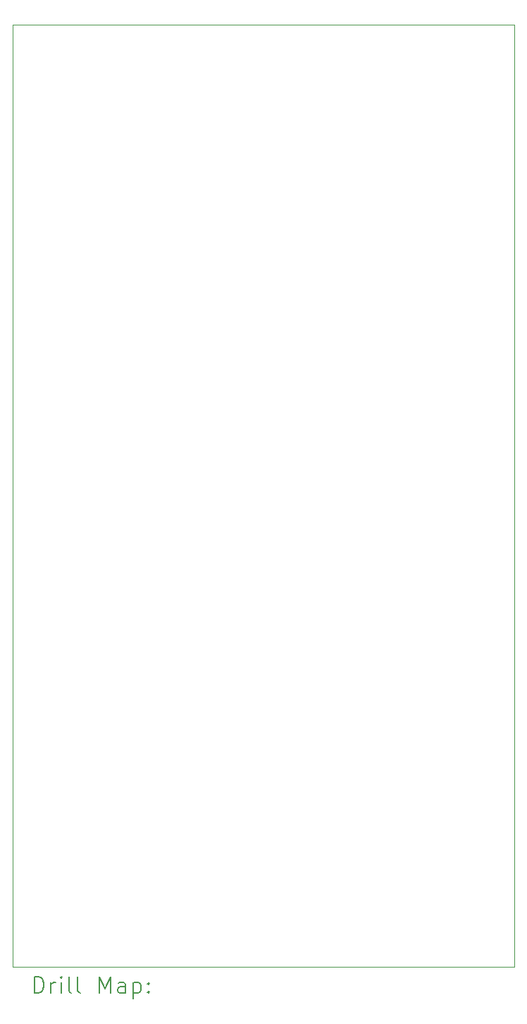
<source format=gbr>
%TF.GenerationSoftware,KiCad,Pcbnew,7.0.10*%
%TF.CreationDate,2024-03-26T16:12:59-07:00*%
%TF.ProjectId,optLowPass,6f70744c-6f77-4506-9173-732e6b696361,rev?*%
%TF.SameCoordinates,Original*%
%TF.FileFunction,Drillmap*%
%TF.FilePolarity,Positive*%
%FSLAX45Y45*%
G04 Gerber Fmt 4.5, Leading zero omitted, Abs format (unit mm)*
G04 Created by KiCad (PCBNEW 7.0.10) date 2024-03-26 16:12:59*
%MOMM*%
%LPD*%
G01*
G04 APERTURE LIST*
%ADD10C,0.100000*%
%ADD11C,0.200000*%
G04 APERTURE END LIST*
D10*
X7910000Y-4000000D02*
X13935000Y-4000000D01*
X13935000Y-15300000D01*
X7910000Y-15300000D01*
X7910000Y-4000000D01*
D11*
X8165777Y-15616484D02*
X8165777Y-15416484D01*
X8165777Y-15416484D02*
X8213396Y-15416484D01*
X8213396Y-15416484D02*
X8241967Y-15426008D01*
X8241967Y-15426008D02*
X8261015Y-15445055D01*
X8261015Y-15445055D02*
X8270539Y-15464103D01*
X8270539Y-15464103D02*
X8280062Y-15502198D01*
X8280062Y-15502198D02*
X8280062Y-15530769D01*
X8280062Y-15530769D02*
X8270539Y-15568865D01*
X8270539Y-15568865D02*
X8261015Y-15587912D01*
X8261015Y-15587912D02*
X8241967Y-15606960D01*
X8241967Y-15606960D02*
X8213396Y-15616484D01*
X8213396Y-15616484D02*
X8165777Y-15616484D01*
X8365777Y-15616484D02*
X8365777Y-15483150D01*
X8365777Y-15521246D02*
X8375301Y-15502198D01*
X8375301Y-15502198D02*
X8384824Y-15492674D01*
X8384824Y-15492674D02*
X8403872Y-15483150D01*
X8403872Y-15483150D02*
X8422920Y-15483150D01*
X8489586Y-15616484D02*
X8489586Y-15483150D01*
X8489586Y-15416484D02*
X8480063Y-15426008D01*
X8480063Y-15426008D02*
X8489586Y-15435531D01*
X8489586Y-15435531D02*
X8499110Y-15426008D01*
X8499110Y-15426008D02*
X8489586Y-15416484D01*
X8489586Y-15416484D02*
X8489586Y-15435531D01*
X8613396Y-15616484D02*
X8594348Y-15606960D01*
X8594348Y-15606960D02*
X8584824Y-15587912D01*
X8584824Y-15587912D02*
X8584824Y-15416484D01*
X8718158Y-15616484D02*
X8699110Y-15606960D01*
X8699110Y-15606960D02*
X8689586Y-15587912D01*
X8689586Y-15587912D02*
X8689586Y-15416484D01*
X8946729Y-15616484D02*
X8946729Y-15416484D01*
X8946729Y-15416484D02*
X9013396Y-15559341D01*
X9013396Y-15559341D02*
X9080063Y-15416484D01*
X9080063Y-15416484D02*
X9080063Y-15616484D01*
X9261015Y-15616484D02*
X9261015Y-15511722D01*
X9261015Y-15511722D02*
X9251491Y-15492674D01*
X9251491Y-15492674D02*
X9232444Y-15483150D01*
X9232444Y-15483150D02*
X9194348Y-15483150D01*
X9194348Y-15483150D02*
X9175301Y-15492674D01*
X9261015Y-15606960D02*
X9241967Y-15616484D01*
X9241967Y-15616484D02*
X9194348Y-15616484D01*
X9194348Y-15616484D02*
X9175301Y-15606960D01*
X9175301Y-15606960D02*
X9165777Y-15587912D01*
X9165777Y-15587912D02*
X9165777Y-15568865D01*
X9165777Y-15568865D02*
X9175301Y-15549817D01*
X9175301Y-15549817D02*
X9194348Y-15540293D01*
X9194348Y-15540293D02*
X9241967Y-15540293D01*
X9241967Y-15540293D02*
X9261015Y-15530769D01*
X9356253Y-15483150D02*
X9356253Y-15683150D01*
X9356253Y-15492674D02*
X9375301Y-15483150D01*
X9375301Y-15483150D02*
X9413396Y-15483150D01*
X9413396Y-15483150D02*
X9432444Y-15492674D01*
X9432444Y-15492674D02*
X9441967Y-15502198D01*
X9441967Y-15502198D02*
X9451491Y-15521246D01*
X9451491Y-15521246D02*
X9451491Y-15578388D01*
X9451491Y-15578388D02*
X9441967Y-15597436D01*
X9441967Y-15597436D02*
X9432444Y-15606960D01*
X9432444Y-15606960D02*
X9413396Y-15616484D01*
X9413396Y-15616484D02*
X9375301Y-15616484D01*
X9375301Y-15616484D02*
X9356253Y-15606960D01*
X9537205Y-15597436D02*
X9546729Y-15606960D01*
X9546729Y-15606960D02*
X9537205Y-15616484D01*
X9537205Y-15616484D02*
X9527682Y-15606960D01*
X9527682Y-15606960D02*
X9537205Y-15597436D01*
X9537205Y-15597436D02*
X9537205Y-15616484D01*
X9537205Y-15492674D02*
X9546729Y-15502198D01*
X9546729Y-15502198D02*
X9537205Y-15511722D01*
X9537205Y-15511722D02*
X9527682Y-15502198D01*
X9527682Y-15502198D02*
X9537205Y-15492674D01*
X9537205Y-15492674D02*
X9537205Y-15511722D01*
M02*

</source>
